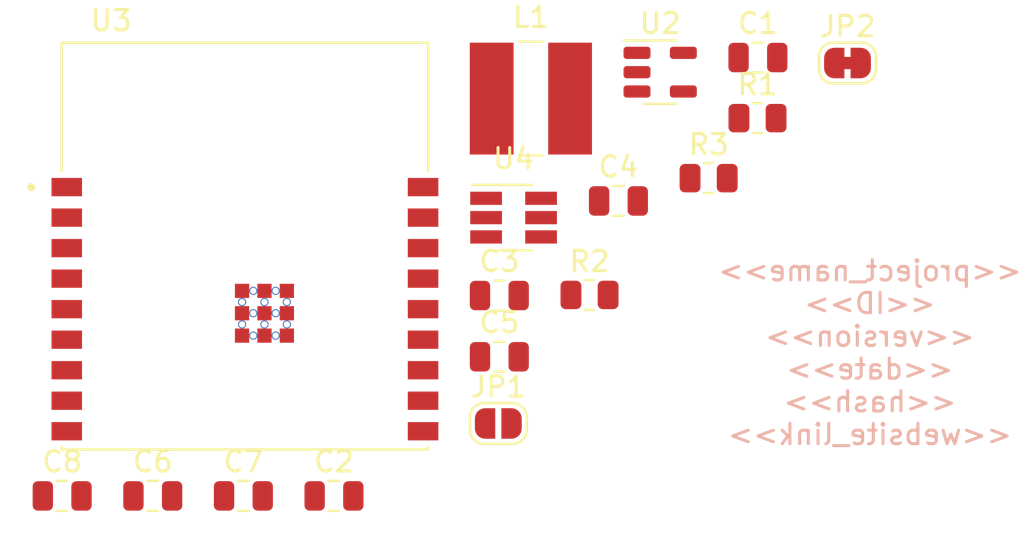
<source format=kicad_pcb>
(kicad_pcb (version 20211014) (generator pcbnew)
  (title_block (title "<<ID>>_<<project_name>>") (date "<<date>>") (rev "<<version>>") (comment 4 "<<hash>>"))
  (layers (0 "F.Cu" signal) (31 "B.Cu" signal) (34 "B.Paste" user) (35 "F.Paste" user) (36 "B.SilkS" user "B.Silkscreen") (37 "F.SilkS" user "F.Silkscreen") (38 "B.Mask" user) (39 "F.Mask" user) (44 "Edge.Cuts" user))
  (net 0 "")
  (net 1 "VCC")
  (net 2 "GND")
  (net 3 "Net-(C2-Pad1)")
  (net 4 "Net-(C4-Pad1)")
  (net 5 "touch_point")
  (net 6 "Net-(JP1-Pad1)")
  (net 7 "Net-(JP2-Pad1)")
  (net 8 "Net-(R1-Pad2)")
  (net 24 "touch_state")
  (footprint "Capacitor_SMD:C_0805_2012Metric" (layer "F.Cu") (at 128.3 95.71)
    (fp_text reference "C5" (at 0 -1.68) (layer "F.SilkS"))
    (fp_text value "10uF")
    (fp_line (start -0.261252 0.735) (end 0.261252 0.735) (layer "F.SilkS") (width 0.12))
    (fp_line (start -0.261252 -0.735) (end 0.261252 -0.735) (layer "F.SilkS") (width 0.12))
    (pad "1" smd roundrect (at -0.95 0) (size 1 1.45) (layers "F.Cu" "F.Paste" "F.Mask") (net 1 "VCC"))
    (pad "2" smd roundrect (at 0.95 0) (size 1 1.45) (layers "F.Cu" "F.Paste" "F.Mask") (net 2 "GND"))
  )
  (footprint "Package_TO_SOT_SMD:SOT-23-5" (layer "F.Cu") (at 136.2 81.72)
    (fp_text reference "U2" (at 0 -2.4) (layer "F.SilkS"))
    (fp_text value "AP3015")
    (fp_line (start 0 1.56) (end -0.8 1.56) (layer "F.SilkS") (width 0.12))
    (fp_line (start 0 1.56) (end 0.8 1.56) (layer "F.SilkS") (width 0.12))
    (fp_line (start 0 -1.56) (end 0.8 -1.56) (layer "F.SilkS") (width 0.12))
    (fp_line (start 0 -1.56) (end -1.8 -1.56) (layer "F.SilkS") (width 0.12))
    (pad "1" smd roundrect (at -1.1375 -0.95) (size 1.325 0.6) (layers "F.Cu" "F.Paste" "F.Mask") (net 1 "VCC"))
    (pad "2" smd roundrect (at -1.1375 0) (size 1.325 0.6) (layers "F.Cu" "F.Paste" "F.Mask") (net 2 "GND"))
    (pad "3" smd roundrect (at -1.1375 0.95) (size 1.325 0.6) (layers "F.Cu" "F.Paste" "F.Mask") (net 8 "Net-(R1-Pad2)"))
    (pad "4" smd roundrect (at 1.1375 0.95) (size 1.325 0.6) (layers "F.Cu" "F.Paste" "F.Mask") (net 3 "Net-(C2-Pad1)"))
    (pad "5" smd roundrect (at 1.1375 -0.95) (size 1.325 0.6) (layers "F.Cu" "F.Paste" "F.Mask") (net 3 "Net-(C2-Pad1)"))
  )
  (footprint "Capacitor_SMD:C_0805_2012Metric" (layer "F.Cu") (at 141 81)
    (fp_text reference "C1" (at 0 -1.68) (layer "F.SilkS"))
    (fp_text value "C_Small")
    (fp_line (start -0.261252 -0.735) (end 0.261252 -0.735) (layer "F.SilkS") (width 0.12))
    (fp_line (start -0.261252 0.735) (end 0.261252 0.735) (layer "F.SilkS") (width 0.12))
    (pad "1" smd roundrect (at -0.95 0) (size 1 1.45) (layers "F.Cu" "F.Paste" "F.Mask") (net 1 "VCC"))
    (pad "2" smd roundrect (at 0.95 0) (size 1 1.45) (layers "F.Cu" "F.Paste" "F.Mask") (net 2 "GND"))
  )
  (footprint "Jumper:SolderJumper-2_P1.3mm_Bridged_RoundedPad1.0x1.5mm" (layer "F.Cu") (at 145.4 81.27)
    (fp_text reference "JP2" (at 0 -1.8) (layer "F.SilkS"))
    (fp_text value "AHLB")
    (fp_poly (pts (xy 0.25 -0.3) (xy -0.25 -0.3) (xy -0.25 0.3) (xy 0.25 0.3)) (layer "F.Cu") (width 0) (fill solid))
    (fp_line (start 0.7 1) (end -0.7 1) (layer "F.SilkS") (width 0.12))
    (fp_line (start -0.7 -1) (end 0.7 -1) (layer "F.SilkS") (width 0.12))
    (fp_line (start 1.4 -0.3) (end 1.4 0.3) (layer "F.SilkS") (width 0.12))
    (fp_line (start -1.4 0.3) (end -1.4 -0.3) (layer "F.SilkS") (width 0.12))
    (fp_arc (start 0.7 -1) (mid 1.194975 -0.794975) (end 1.4 -0.3) (layer "F.SilkS") (width 0.12))
    (fp_arc (start 1.4 0.3) (mid 1.194975 0.794975) (end 0.7 1) (layer "F.SilkS") (width 0.12))
    (fp_arc (start -0.7 1) (mid -1.194975 0.794975) (end -1.4 0.3) (layer "F.SilkS") (width 0.12))
    (fp_arc (start -1.4 -0.3) (mid -1.194975 -0.794975) (end -0.7 -1) (layer "F.SilkS") (width 0.12))
    (pad "1" smd custom (at -0.65 0) (size 1 0.5) (layers "F.Cu" "F.Mask") (net 7 "Net-(JP2-Pad1)") (options (clearance outline) (anchor rect)) (primitives (gr_circle (center 0 0.25) (end 0.5 0.25) (width 0) (fill yes)) (gr_circle (center 0 -0.25) (end 0.5 -0.25) (width 0) (fill yes)) (gr_poly (pts (xy 0.5 0.75) (xy 0 0.75) (xy 0 -0.75) (xy 0.5 -0.75)) (width 0) (fill yes))))
    (pad "2" smd custom (at 0.65 0) (size 1 0.5) (layers "F.Cu" "F.Mask") (net 1 "VCC") (options (clearance outline) (anchor rect)) (primitives (gr_circle (center 0 0.25) (end 0.5 0.25) (width 0) (fill yes)) (gr_circle (center 0 -0.25) (end 0.5 -0.25) (width 0) (fill yes)) (gr_poly (pts (xy 0 0.75) (xy -0.5 0.75) (xy -0.5 -0.75) (xy 0 -0.75)) (width 0) (fill yes))))
  )
  (footprint "Inductor_SMD:L_TracoPower_TCK-047_5.2x5.8mm" (layer "F.Cu") (at 129.85 83.02)
    (fp_text reference "L1" (at 0 -4) (layer "F.SilkS"))
    (fp_text value "L_Small")
    (fp_line (start 0.6 -2.8) (end -0.6 -2.8) (layer "F.SilkS") (width 0.12))
    (fp_line (start -0.6 2.8) (end 0.6 2.8) (layer "F.SilkS") (width 0.12))
    (pad "1" smd rect (at -1.925 0 90) (size 5.5 2.15) (layers "F.Cu" "F.Paste" "F.Mask") (net 3 "Net-(C2-Pad1)"))
    (pad "2" smd rect (at 1.925 0 90) (size 5.5 2.15) (layers "F.Cu" "F.Paste" "F.Mask") (net 1 "VCC"))
  )
  (footprint "Jumper:SolderJumper-2_P1.3mm_Open_RoundedPad1.0x1.5mm" (layer "F.Cu") (at 128.25 98.99)
    (fp_text reference "JP1" (at 0 -1.8) (layer "F.SilkS"))
    (fp_text value "TOG")
    (fp_line (start 1.4 -0.3) (end 1.4 0.3) (layer "F.SilkS") (width 0.12))
    (fp_line (start 0.7 1) (end -0.7 1) (layer "F.SilkS") (width 0.12))
    (fp_line (start -0.7 -1) (end 0.7 -1) (layer "F.SilkS") (width 0.12))
    (fp_line (start -1.4 0.3) (end -1.4 -0.3) (layer "F.SilkS") (width 0.12))
    (fp_arc (start 0.7 -1) (mid 1.194975 -0.794975) (end 1.4 -0.3) (layer "F.SilkS") (width 0.12))
    (fp_arc (start -1.4 -0.3) (mid -1.194975 -0.794975) (end -0.7 -1) (layer "F.SilkS") (width 0.12))
    (fp_arc (start 1.4 0.3) (mid 1.194975 0.794975) (end 0.7 1) (layer "F.SilkS") (width 0.12))
    (fp_arc (start -0.7 1) (mid -1.194975 0.794975) (end -1.4 0.3) (layer "F.SilkS") (width 0.12))
    (pad "1" smd custom (at -0.65 0) (size 1 0.5) (layers "F.Cu" "F.Mask") (net 6 "Net-(JP1-Pad1)") (options (clearance outline) (anchor rect)) (primitives (gr_circle (center 0 0.25) (end 0.5 0.25) (width 0) (fill yes)) (gr_circle (center 0 -0.25) (end 0.5 -0.25) (width 0) (fill yes)) (gr_poly (pts (xy 0.5 0.75) (xy 0 0.75) (xy 0 -0.75) (xy 0.5 -0.75)) (width 0) (fill yes))))
    (pad "2" smd custom (at 0.65 0) (size 1 0.5) (layers "F.Cu" "F.Mask") (net 1 "VCC") (options (clearance outline) (anchor rect)) (primitives (gr_circle (center 0 0.25) (end 0.5 0.25) (width 0) (fill yes)) (gr_circle (center 0 -0.25) (end 0.5 -0.25) (width 0) (fill yes)) (gr_poly (pts (xy 0 0.75) (xy -0.5 0.75) (xy -0.5 -0.75) (xy 0 -0.75)) (width 0) (fill yes))))
  )
  (footprint "Resistor_SMD:R_0805_2012Metric" (layer "F.Cu") (at 132.73 92.67)
    (fp_text reference "R2" (at 0 -1.65) (layer "F.SilkS"))
    (fp_text value "R_Small")
    (fp_line (start -0.227064 0.735) (end 0.227064 0.735) (layer "F.SilkS") (width 0.12))
    (fp_line (start -0.227064 -0.735) (end 0.227064 -0.735) (layer "F.SilkS") (width 0.12))
    (pad "1" smd roundrect (at -0.9125 0) (size 1.025 1.4) (layers "F.Cu" "F.Paste" "F.Mask") (roundrect_rratio 0.243902) (net 8 "Net-(R1-Pad2)"))
    (pad "2" smd roundrect (at 0.9125 0) (size 1.025 1.4) (layers "F.Cu" "F.Paste" "F.Mask") (roundrect_rratio 0.243902) (net 2 "GND"))
  )
  (footprint "Resistor_SMD:R_0805_2012Metric" (layer "F.Cu") (at 138.58 86.93)
    (fp_text reference "R3" (at 0 -1.65) (layer "F.SilkS"))
    (fp_text value "10K")
    (fp_line (start -0.227064 0.735) (end 0.227064 0.735) (layer "F.SilkS") (width 0.12))
    (fp_line (start -0.227064 -0.735) (end 0.227064 -0.735) (layer "F.SilkS") (width 0.12))
    (pad "1" smd roundrect (at -0.9125 0) (size 1.025 1.4) (layers "F.Cu" "F.Paste" "F.Mask") (roundrect_rratio 0.243902) (net 1 "VCC"))
    (pad "2" smd roundrect (at 0.9125 0) (size 1.025 1.4) (layers "F.Cu" "F.Paste" "F.Mask") (roundrect_rratio 0.243902) (net 4 "Net-(C4-Pad1)"))
  )
  (footprint "Capacitor_SMD:C_0805_2012Metric" (layer "F.Cu") (at 134.15 88.05)
    (fp_text reference "C4" (at 0 -1.68) (layer "F.SilkS"))
    (fp_text value "1uF")
    (fp_line (start -0.261252 -0.735) (end 0.261252 -0.735) (layer "F.SilkS") (width 0.12))
    (fp_line (start -0.261252 0.735) (end 0.261252 0.735) (layer "F.SilkS") (width 0.12))
    (pad "1" smd roundrect (at -0.95 0) (size 1 1.45) (layers "F.Cu" "F.Paste" "F.Mask") (net 4 "Net-(C4-Pad1)"))
    (pad "2" smd roundrect (at 0.95 0) (size 1 1.45) (layers "F.Cu" "F.Paste" "F.Mask") (net 2 "GND"))
  )
  (footprint "MCU_Espressif_custom:MODULE_ESP32-C3-WROOM-02-H4" (layer "F.Cu") (at 115.805 90.27)
    (fp_text reference "U3" (at -6.575 -11.085) (layer "F.SilkS"))
    (fp_text value "ESP32-C3-WROOM-02-N4")
    (fp_line (start -9 10) (end 9 10) (layer "F.SilkS") (width 0.127))
    (fp_line (start 9 10) (end 9 9.87) (layer "F.SilkS") (width 0.127))
    (fp_line (start -9 10) (end -9 9.87) (layer "F.SilkS") (width 0.127))
    (fp_line (start -9 -10) (end -9 -3.67) (layer "F.SilkS") (width 0.127))
    (fp_line (start 9 -3.67) (end 9 -10) (layer "F.SilkS") (width 0.127))
    (fp_line (start 9 -10) (end -9 -10) (layer "F.SilkS") (width 0.127))
    (fp_circle (center -10.5 -2.9) (end -10.4 -2.9) (layer "F.SilkS") (width 0.2) (fill none))
    (pad "1" smd rect (at -8.75 -2.9) (size 1.5 0.9) (layers "F.Cu" "F.Paste" "F.Mask") (net 1 "VCC"))
    (pad "2" smd rect (at -8.75 -1.4) (size 1.5 0.9) (layers "F.Cu" "F.Paste" "F.Mask") (net 4 "Net-(C4-Pad1)"))
    (pad "3" smd rect (at -8.75 0.1) (size 1.5 0.9) (layers "F.Cu" "F.Paste" "F.Mask"))
    (pad "4" smd rect (at -8.75 1.6) (size 1.5 0.9) (layers "F.Cu" "F.Paste" "F.Mask"))
    (pad "5" smd rect (at -8.75 3.1) (size 1.5 0.9) (layers "F.Cu" "F.Paste" "F.Mask"))
    (pad "6" smd rect (at -8.75 4.6) (size 1.5 0.9) (layers "F.Cu" "F.Paste" "F.Mask"))
    (pad "7" smd rect (at -8.75 6.1) (size 1.5 0.9) (layers "F.Cu" "F.Paste" "F.Mask"))
    (pad "8" smd rect (at -8.75 7.6) (size 1.5 0.9) (layers "F.Cu" "F.Paste" "F.Mask"))
    (pad "9" smd rect (at -8.75 9.1) (size 1.5 0.9) (layers "F.Cu" "F.Paste" "F.Mask") (net 2 "GND"))
    (pad "10" smd rect (at 8.75 9.1) (size 1.5 0.9) (layers "F.Cu" "F.Paste" "F.Mask"))
    (pad "11" smd rect (at 8.75 7.6) (size 1.5 0.9) (layers "F.Cu" "F.Paste" "F.Mask"))
    (pad "12" smd rect (at 8.75 6.1) (size 1.5 0.9) (layers "F.Cu" "F.Paste" "F.Mask"))
    (pad "13" smd rect (at 8.75 4.6) (size 1.5 0.9) (layers "F.Cu" "F.Paste" "F.Mask"))
    (pad "14" smd rect (at 8.75 3.1) (size 1.5 0.9) (layers "F.Cu" "F.Paste" "F.Mask"))
    (pad "15" smd rect (at 8.75 1.6) (size 1.5 0.9) (layers "F.Cu" "F.Paste" "F.Mask"))
    (pad "16" smd rect (at 8.75 0.1) (size 1.5 0.9) (layers "F.Cu" "F.Paste" "F.Mask"))
    (pad "17" smd rect (at 8.75 -1.4) (size 1.5 0.9) (layers "F.Cu" "F.Paste" "F.Mask"))
    (pad "18" smd rect (at 8.75 -2.9) (size 1.5 0.9) (layers "F.Cu" "F.Paste" "F.Mask"))
    (pad "19" smd rect (at -0.14 2.2) (size 0.7 0.7) (layers "F.Cu" "F.Paste" "F.Mask") (net 2 "GND"))
    (pad "20" smd rect (at 0.96 2.2) (size 0.7 0.7) (layers "F.Cu" "F.Paste" "F.Mask") (net 2 "GND"))
    (pad "21" smd rect (at 2.06 2.2) (size 0.7 0.7) (layers "F.Cu" "F.Paste" "F.Mask") (net 2 "GND"))
    (pad "22" smd rect (at -0.14 3.3) (size 0.7 0.7) (layers "F.Cu" "F.Paste" "F.Mask") (net 2 "GND"))
    (pad "23" smd rect (at 0.96 3.3) (size 0.7 0.7) (layers "F.Cu" "F.Paste" "F.Mask") (net 2 "GND"))
    (pad "24" smd rect (at 2.06 3.3) (size 0.7 0.7) (layers "F.Cu" "F.Paste" "F.Mask") (net 2 "GND"))
    (pad "25" smd rect (at -0.14 4.4) (size 0.7 0.7) (layers "F.Cu" "F.Paste" "F.Mask") (net 2 "GND"))
    (pad "26" smd rect (at 0.96 4.4) (size 0.7 0.7) (layers "F.Cu" "F.Paste" "F.Mask") (net 2 "GND"))
    (pad "27" smd rect (at 2.06 4.4) (size 0.7 0.7) (layers "F.Cu" "F.Paste" "F.Mask") (net 2 "GND"))
    (pad "28" thru_hole circle (at 0.41 2.2) (size 0.4 0.4) (drill 0.3) (layers *.Cu) (net 2 "GND"))
    (pad "29" thru_hole circle (at 1.51 2.2) (size 0.4 0.4) (drill 0.3) (layers *.Cu) (net 2 "GND"))
    (pad "30" thru_hole circle (at -0.14 2.75) (size 0.4 0.4) (drill 0.3) (layers *.Cu) (net 2 "GND"))
    (pad "31" thru_hole circle (at 0.96 2.75) (size 0.4 0.4) (drill 0.3) (layers *.Cu) (net 2 "GND"))
    (pad "32" thru_hole circle (at 2.06 2.75) (size 0.4 0.4) (drill 0.3) (layers *.Cu) (net 2 "GND"))
    (pad "33" thru_hole circle (at 0.41 3.3) (size 0.4 0.4) (drill 0.3) (layers *.Cu) (net 2 "GND"))
    (pad "34" thru_hole circle (at 1.51 3.3) (size 0.4 0.4) (drill 0.3) (layers *.Cu) (net 2 "GND"))
    (pad "35" thru_hole circle (at -0.14 3.85) (size 0.4 0.4) (drill 0.3) (layers *.Cu) (net 2 "GND"))
    (pad "36" thru_hole circle (at 0.96 3.85) (size 0.4 0.4) (drill 0.3) (layers *.Cu) (net 2 "GND"))
    (pad "37" thru_hole circle (at 2.06 3.85) (size 0.4 0.4) (drill 0.3) (layers *.Cu) (net 2 "GND"))
    (pad "38" thru_hole circle (at 0.41 4.4) (size 0.4 0.4) (drill 0.3) (layers *.Cu) (net 2 "GND"))
    (pad "39" thru_hole circle (at 1.51 4.4) (size 0.4 0.4) (drill 0.3) (layers *.Cu) (net 2 "GND"))
  )
  (footprint "Resistor_SMD:R_0805_2012Metric" (layer "F.Cu") (at 140.98 83.98)
    (fp_text reference "R1" (at 0 -1.65) (layer "F.SilkS"))
    (fp_text value "R_Small")
    (fp_line (start -0.227064 -0.735) (end 0.227064 -0.735) (layer "F.SilkS") (width 0.12))
    (fp_line (start -0.227064 0.735) (end 0.227064 0.735) (layer "F.SilkS") (width 0.12))
    (pad "1" smd roundrect (at -0.9125 0) (size 1.025 1.4) (layers "F.Cu" "F.Paste" "F.Mask") (roundrect_rratio 0.243902) (net 1 "VCC"))
    (pad "2" smd roundrect (at 0.9125 0) (size 1.025 1.4) (layers "F.Cu" "F.Paste" "F.Mask") (roundrect_rratio 0.243902) (net 8 "Net-(R1-Pad2)"))
  )
  (footprint "Capacitor_SMD:C_0805_2012Metric" (layer "F.Cu") (at 111.28 102.55)
    (fp_text reference "C6" (at 0 -1.68) (layer "F.SilkS"))
    (fp_text value "0.1uF")
    (fp_line (start -0.261252 0.735) (end 0.261252 0.735) (layer "F.SilkS") (width 0.12))
    (fp_line (start -0.261252 -0.735) (end 0.261252 -0.735) (layer "F.SilkS") (width 0.12))
    (pad "1" smd roundrect (at -0.95 0) (size 1 1.45) (layers "F.Cu" "F.Paste" "F.Mask") (net 1 "VCC"))
    (pad "2" smd roundrect (at 0.95 0) (size 1 1.45) (layers "F.Cu" "F.Paste" "F.Mask") (net 2 "GND"))
  )
  (footprint "Capacitor_SMD:C_0805_2012Metric" (layer "F.Cu") (at 106.83 102.55)
    (fp_text reference "C8" (at 0 -1.68) (layer "F.SilkS"))
    (fp_text value "0-50pF")
    (fp_line (start -0.261252 0.735) (end 0.261252 0.735) (layer "F.SilkS") (width 0.12))
    (fp_line (start -0.261252 -0.735) (end 0.261252 -0.735) (layer "F.SilkS") (width 0.12))
    (pad "1" smd roundrect (at -0.95 0) (size 1 1.45) (layers "F.Cu" "F.Paste" "F.Mask") (net 5 "touch_point"))
    (pad "2" smd roundrect (at 0.95 0) (size 1 1.45) (layers "F.Cu" "F.Paste" "F.Mask") (net 2 "GND"))
  )
  (footprint "Package_TO_SOT_SMD:SOT-23-6_Handsoldering" (layer "F.Cu") (at 129 88.87)
    (fp_text reference "U4" (at 0 -2.9) (layer "F.SilkS"))
    (fp_text value "TTP223")
    (fp_line (start 0.9 -1.61) (end -2.05 -1.61) (layer "F.SilkS") (width 0.12))
    (fp_line (start -0.9 1.61) (end 0.9 1.61) (layer "F.SilkS") (width 0.12))
    (pad "1" smd rect (at -1.35 -0.95) (size 1.56 0.65) (layers "F.Cu" "F.Paste" "F.Mask") (net 24 "touch_state"))
    (pad "2" smd rect (at -1.35 0) (size 1.56 0.65) (layers "F.Cu" "F.Paste" "F.Mask") (net 2 "GND"))
    (pad "3" smd rect (at -1.35 0.95) (size 1.56 0.65) (layers "F.Cu" "F.Paste" "F.Mask") (net 5 "touch_point"))
    (pad "4" smd rect (at 1.35 0.95) (size 1.56 0.65) (layers "F.Cu" "F.Paste" "F.Mask") (net 7 "Net-(JP2-Pad1)"))
    (pad "5" smd rect (at 1.35 0) (size 1.56 0.65) (layers "F.Cu" "F.Paste" "F.Mask") (net 1 "VCC"))
    (pad "6" smd rect (at 1.35 -0.95) (size 1.56 0.65) (layers "F.Cu" "F.Paste" "F.Mask") (net 6 "Net-(JP1-Pad1)"))
  )
  (footprint "Capacitor_SMD:C_0805_2012Metric" (layer "F.Cu") (at 120.18 102.55)
    (fp_text reference "C2" (at 0 -1.68) (layer "F.SilkS"))
    (fp_text value "C_Small")
    (fp_line (start -0.261252 0.735) (end 0.261252 0.735) (layer "F.SilkS") (width 0.12))
    (fp_line (start -0.261252 -0.735) (end 0.261252 -0.735) (layer "F.SilkS") (width 0.12))
    (pad "1" smd roundrect (at -0.95 0) (size 1 1.45) (layers "F.Cu" "F.Paste" "F.Mask") (net 3 "Net-(C2-Pad1)"))
    (pad "2" smd roundrect (at 0.95 0) (size 1 1.45) (layers "F.Cu" "F.Paste" "F.Mask") (net 2 "GND"))
  )
  (footprint "Capacitor_SMD:C_0805_2012Metric" (layer "F.Cu") (at 115.73 102.55)
    (fp_text reference "C7" (at 0 -1.68) (layer "F.SilkS"))
    (fp_text value "100nF")
    (fp_line (start -0.261252 -0.735) (end 0.261252 -0.735) (layer "F.SilkS") (width 0.12))
    (fp_line (start -0.261252 0.735) (end 0.261252 0.735) (layer "F.SilkS") (width 0.12))
    (pad "1" smd roundrect (at -0.95 0) (size 1 1.45) (layers "F.Cu" "F.Paste" "F.Mask") (net 1 "VCC"))
    (pad "2" smd roundrect (at 0.95 0) (size 1 1.45) (layers "F.Cu" "F.Paste" "F.Mask") (net 2 "GND"))
  )
  (footprint "Capacitor_SMD:C_0805_2012Metric" (layer "F.Cu") (at 128.3 92.7)
    (fp_text reference "C3" (at 0 -1.68) (layer "F.SilkS"))
    (fp_text value "C_Small")
    (fp_line (start -0.261252 0.735) (end 0.261252 0.735) (layer "F.SilkS") (width 0.12))
    (fp_line (start -0.261252 -0.735) (end 0.261252 -0.735) (layer "F.SilkS") (width 0.12))
    (pad "1" smd roundrect (at -0.95 0) (size 1 1.45) (layers "F.Cu" "F.Paste" "F.Mask") (net 1 "VCC"))
    (pad "2" smd roundrect (at 0.95 0) (size 1 1.45) (layers "F.Cu" "F.Paste" "F.Mask") (net 2 "GND"))
  )
  (gr_text "<<project_name>>\n<<ID>>\n<<version>>\n<<date>>\n<<hash>>\n<<website_link>>" (at 146.5 95.504) (layer "B.SilkS") (effects (font (size 1 1)) (justify mirror)))
)
</source>
